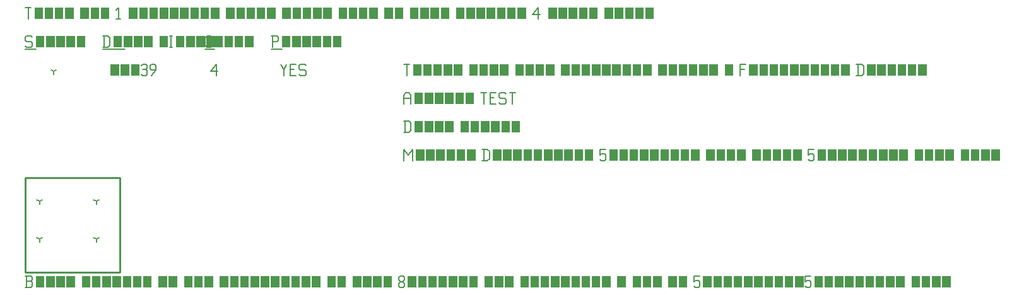
<source format=gbr>
G04 start of page 11 for group -1 layer_idx 268435461 *
G04 Title: pins with different shapes, <virtual group> *
G04 Creator: <version>
G04 CreationDate: <date>
G04 For: TEST *
G04 Format: Gerber/RS-274X *
G04 PCB-Dimensions: 50000 50000 *
G04 PCB-Coordinate-Origin: lower left *
%MOIN*%
%FSLAX25Y25*%
%LNLOGICAL_VIRTUAL_FAB_NONE*%
%ADD34C,0.0100*%
%ADD33C,0.0001*%
%ADD32C,0.0060*%
%ADD31C,0.0080*%
G54D31*X7500Y37500D02*Y35900D01*
Y37500D02*X8887Y38300D01*
X7500Y37500D02*X6113Y38300D01*
X37500Y37500D02*Y35900D01*
Y37500D02*X38887Y38300D01*
X37500Y37500D02*X36113Y38300D01*
X7500Y17500D02*Y15900D01*
Y17500D02*X8887Y18300D01*
X7500Y17500D02*X6113Y18300D01*
X37500Y17500D02*Y15900D01*
Y17500D02*X38887Y18300D01*
X37500Y17500D02*X36113Y18300D01*
X15000Y106250D02*Y104650D01*
Y106250D02*X16387Y107050D01*
X15000Y106250D02*X13613Y107050D01*
G54D32*X135000Y110000D02*X136500Y107000D01*
X138000Y110000D01*
X136500Y107000D02*Y104000D01*
X139800Y107300D02*X142050D01*
X139800Y104000D02*X142800D01*
X139800Y110000D02*Y104000D01*
Y110000D02*X142800D01*
X147600D02*X148350Y109250D01*
X145350Y110000D02*X147600D01*
X144600Y109250D02*X145350Y110000D01*
X144600Y109250D02*Y107750D01*
X145350Y107000D01*
X147600D01*
X148350Y106250D01*
Y104750D01*
X147600Y104000D02*X148350Y104750D01*
X145350Y104000D02*X147600D01*
X144600Y104750D02*X145350Y104000D01*
X98000Y106250D02*X101000Y110000D01*
X98000Y106250D02*X101750D01*
X101000Y110000D02*Y104000D01*
G54D33*G36*
X45000Y110000D02*X49500D01*
Y104000D01*
X45000D01*
Y110000D01*
G37*
G36*
X50400D02*X54900D01*
Y104000D01*
X50400D01*
Y110000D01*
G37*
G36*
X55800D02*X60300D01*
Y104000D01*
X55800D01*
Y110000D01*
G37*
G54D32*X61200Y109250D02*X61950Y110000D01*
X63450D01*
X64200Y109250D01*
X63450Y104000D02*X64200Y104750D01*
X61950Y104000D02*X63450D01*
X61200Y104750D02*X61950Y104000D01*
Y107300D02*X63450D01*
X64200Y109250D02*Y108050D01*
Y106550D02*Y104750D01*
Y106550D02*X63450Y107300D01*
X64200Y108050D02*X63450Y107300D01*
X66750Y104000D02*X69000Y107000D01*
Y109250D02*Y107000D01*
X68250Y110000D02*X69000Y109250D01*
X66750Y110000D02*X68250D01*
X66000Y109250D02*X66750Y110000D01*
X66000Y109250D02*Y107750D01*
X66750Y107000D01*
X69000D01*
X3000Y125000D02*X3750Y124250D01*
X750Y125000D02*X3000D01*
X0Y124250D02*X750Y125000D01*
X0Y124250D02*Y122750D01*
X750Y122000D01*
X3000D01*
X3750Y121250D01*
Y119750D01*
X3000Y119000D02*X3750Y119750D01*
X750Y119000D02*X3000D01*
X0Y119750D02*X750Y119000D01*
G54D33*G36*
X5550Y125000D02*X10050D01*
Y119000D01*
X5550D01*
Y125000D01*
G37*
G36*
X10950D02*X15450D01*
Y119000D01*
X10950D01*
Y125000D01*
G37*
G36*
X16350D02*X20850D01*
Y119000D01*
X16350D01*
Y125000D01*
G37*
G36*
X21750D02*X26250D01*
Y119000D01*
X21750D01*
Y125000D01*
G37*
G36*
X27150D02*X31650D01*
Y119000D01*
X27150D01*
Y125000D01*
G37*
G54D32*X0Y118000D02*X5550D01*
X41750Y125000D02*Y119000D01*
X43700Y125000D02*X44750Y123950D01*
Y120050D01*
X43700Y119000D02*X44750Y120050D01*
X41000Y119000D02*X43700D01*
X41000Y125000D02*X43700D01*
G54D33*G36*
X46550D02*X51050D01*
Y119000D01*
X46550D01*
Y125000D01*
G37*
G36*
X51950D02*X56450D01*
Y119000D01*
X51950D01*
Y125000D01*
G37*
G36*
X57350D02*X61850D01*
Y119000D01*
X57350D01*
Y125000D01*
G37*
G36*
X62750D02*X67250D01*
Y119000D01*
X62750D01*
Y125000D01*
G37*
G36*
X70850D02*X75350D01*
Y119000D01*
X70850D01*
Y125000D01*
G37*
G54D32*X76250D02*X77750D01*
X77000D02*Y119000D01*
X76250D02*X77750D01*
G54D33*G36*
X79550Y125000D02*X84050D01*
Y119000D01*
X79550D01*
Y125000D01*
G37*
G36*
X84950D02*X89450D01*
Y119000D01*
X84950D01*
Y125000D01*
G37*
G36*
X90350D02*X94850D01*
Y119000D01*
X90350D01*
Y125000D01*
G37*
G36*
X95750D02*X100250D01*
Y119000D01*
X95750D01*
Y125000D01*
G37*
G54D32*X41000Y118000D02*X52550D01*
X96050Y119000D02*X98000D01*
X95000Y120050D02*X96050Y119000D01*
X95000Y123950D02*Y120050D01*
Y123950D02*X96050Y125000D01*
X98000D01*
G54D33*G36*
X99800D02*X104300D01*
Y119000D01*
X99800D01*
Y125000D01*
G37*
G36*
X105200D02*X109700D01*
Y119000D01*
X105200D01*
Y125000D01*
G37*
G36*
X110600D02*X115100D01*
Y119000D01*
X110600D01*
Y125000D01*
G37*
G36*
X116000D02*X120500D01*
Y119000D01*
X116000D01*
Y125000D01*
G37*
G54D32*X95000Y118000D02*X99800D01*
X130750Y125000D02*Y119000D01*
X130000Y125000D02*X133000D01*
X133750Y124250D01*
Y122750D01*
X133000Y122000D02*X133750Y122750D01*
X130750Y122000D02*X133000D01*
G54D33*G36*
X135550Y125000D02*X140050D01*
Y119000D01*
X135550D01*
Y125000D01*
G37*
G36*
X140950D02*X145450D01*
Y119000D01*
X140950D01*
Y125000D01*
G37*
G36*
X146350D02*X150850D01*
Y119000D01*
X146350D01*
Y125000D01*
G37*
G36*
X151750D02*X156250D01*
Y119000D01*
X151750D01*
Y125000D01*
G37*
G36*
X157150D02*X161650D01*
Y119000D01*
X157150D01*
Y125000D01*
G37*
G36*
X162550D02*X167050D01*
Y119000D01*
X162550D01*
Y125000D01*
G37*
G54D32*X130000Y118000D02*X135550D01*
X0Y140000D02*X3000D01*
X1500D02*Y134000D01*
G54D33*G36*
X4800Y140000D02*X9300D01*
Y134000D01*
X4800D01*
Y140000D01*
G37*
G36*
X10200D02*X14700D01*
Y134000D01*
X10200D01*
Y140000D01*
G37*
G36*
X15600D02*X20100D01*
Y134000D01*
X15600D01*
Y140000D01*
G37*
G36*
X21000D02*X25500D01*
Y134000D01*
X21000D01*
Y140000D01*
G37*
G36*
X29100D02*X33600D01*
Y134000D01*
X29100D01*
Y140000D01*
G37*
G36*
X34500D02*X39000D01*
Y134000D01*
X34500D01*
Y140000D01*
G37*
G36*
X39900D02*X44400D01*
Y134000D01*
X39900D01*
Y140000D01*
G37*
G54D32*X48000Y138800D02*X49200Y140000D01*
Y134000D01*
X48000D02*X50250D01*
G54D33*G36*
X54750Y140000D02*X59250D01*
Y134000D01*
X54750D01*
Y140000D01*
G37*
G36*
X60150D02*X64650D01*
Y134000D01*
X60150D01*
Y140000D01*
G37*
G36*
X65550D02*X70050D01*
Y134000D01*
X65550D01*
Y140000D01*
G37*
G36*
X70950D02*X75450D01*
Y134000D01*
X70950D01*
Y140000D01*
G37*
G36*
X76350D02*X80850D01*
Y134000D01*
X76350D01*
Y140000D01*
G37*
G36*
X81750D02*X86250D01*
Y134000D01*
X81750D01*
Y140000D01*
G37*
G36*
X87150D02*X91650D01*
Y134000D01*
X87150D01*
Y140000D01*
G37*
G36*
X92550D02*X97050D01*
Y134000D01*
X92550D01*
Y140000D01*
G37*
G36*
X97950D02*X102450D01*
Y134000D01*
X97950D01*
Y140000D01*
G37*
G36*
X106050D02*X110550D01*
Y134000D01*
X106050D01*
Y140000D01*
G37*
G36*
X111450D02*X115950D01*
Y134000D01*
X111450D01*
Y140000D01*
G37*
G36*
X116850D02*X121350D01*
Y134000D01*
X116850D01*
Y140000D01*
G37*
G36*
X122250D02*X126750D01*
Y134000D01*
X122250D01*
Y140000D01*
G37*
G36*
X127650D02*X132150D01*
Y134000D01*
X127650D01*
Y140000D01*
G37*
G36*
X135750D02*X140250D01*
Y134000D01*
X135750D01*
Y140000D01*
G37*
G36*
X141150D02*X145650D01*
Y134000D01*
X141150D01*
Y140000D01*
G37*
G36*
X146550D02*X151050D01*
Y134000D01*
X146550D01*
Y140000D01*
G37*
G36*
X151950D02*X156450D01*
Y134000D01*
X151950D01*
Y140000D01*
G37*
G36*
X157350D02*X161850D01*
Y134000D01*
X157350D01*
Y140000D01*
G37*
G36*
X165450D02*X169950D01*
Y134000D01*
X165450D01*
Y140000D01*
G37*
G36*
X170850D02*X175350D01*
Y134000D01*
X170850D01*
Y140000D01*
G37*
G36*
X176250D02*X180750D01*
Y134000D01*
X176250D01*
Y140000D01*
G37*
G36*
X181650D02*X186150D01*
Y134000D01*
X181650D01*
Y140000D01*
G37*
G36*
X189750D02*X194250D01*
Y134000D01*
X189750D01*
Y140000D01*
G37*
G36*
X195150D02*X199650D01*
Y134000D01*
X195150D01*
Y140000D01*
G37*
G36*
X203250D02*X207750D01*
Y134000D01*
X203250D01*
Y140000D01*
G37*
G36*
X208650D02*X213150D01*
Y134000D01*
X208650D01*
Y140000D01*
G37*
G36*
X214050D02*X218550D01*
Y134000D01*
X214050D01*
Y140000D01*
G37*
G36*
X219450D02*X223950D01*
Y134000D01*
X219450D01*
Y140000D01*
G37*
G36*
X227550D02*X232050D01*
Y134000D01*
X227550D01*
Y140000D01*
G37*
G36*
X232950D02*X237450D01*
Y134000D01*
X232950D01*
Y140000D01*
G37*
G36*
X238350D02*X242850D01*
Y134000D01*
X238350D01*
Y140000D01*
G37*
G36*
X243750D02*X248250D01*
Y134000D01*
X243750D01*
Y140000D01*
G37*
G36*
X249150D02*X253650D01*
Y134000D01*
X249150D01*
Y140000D01*
G37*
G36*
X254550D02*X259050D01*
Y134000D01*
X254550D01*
Y140000D01*
G37*
G36*
X259950D02*X264450D01*
Y134000D01*
X259950D01*
Y140000D01*
G37*
G54D32*X268050Y136250D02*X271050Y140000D01*
X268050Y136250D02*X271800D01*
X271050Y140000D02*Y134000D01*
G54D33*G36*
X276300Y140000D02*X280800D01*
Y134000D01*
X276300D01*
Y140000D01*
G37*
G36*
X281700D02*X286200D01*
Y134000D01*
X281700D01*
Y140000D01*
G37*
G36*
X287100D02*X291600D01*
Y134000D01*
X287100D01*
Y140000D01*
G37*
G36*
X292500D02*X297000D01*
Y134000D01*
X292500D01*
Y140000D01*
G37*
G36*
X297900D02*X302400D01*
Y134000D01*
X297900D01*
Y140000D01*
G37*
G36*
X306000D02*X310500D01*
Y134000D01*
X306000D01*
Y140000D01*
G37*
G36*
X311400D02*X315900D01*
Y134000D01*
X311400D01*
Y140000D01*
G37*
G36*
X316800D02*X321300D01*
Y134000D01*
X316800D01*
Y140000D01*
G37*
G36*
X322200D02*X326700D01*
Y134000D01*
X322200D01*
Y140000D01*
G37*
G36*
X327600D02*X332100D01*
Y134000D01*
X327600D01*
Y140000D01*
G37*
G54D34*X0Y50000D02*X50000D01*
X0D02*Y0D01*
X50000Y50000D02*Y0D01*
X0D02*X50000D01*
G54D32*X200000Y65000D02*Y59000D01*
Y65000D02*X202250Y62000D01*
X204500Y65000D01*
Y59000D01*
G54D33*G36*
X206300Y65000D02*X210800D01*
Y59000D01*
X206300D01*
Y65000D01*
G37*
G36*
X211700D02*X216200D01*
Y59000D01*
X211700D01*
Y65000D01*
G37*
G36*
X217100D02*X221600D01*
Y59000D01*
X217100D01*
Y65000D01*
G37*
G36*
X222500D02*X227000D01*
Y59000D01*
X222500D01*
Y65000D01*
G37*
G36*
X227900D02*X232400D01*
Y59000D01*
X227900D01*
Y65000D01*
G37*
G36*
X233300D02*X237800D01*
Y59000D01*
X233300D01*
Y65000D01*
G37*
G54D32*X242150D02*Y59000D01*
X244100Y65000D02*X245150Y63950D01*
Y60050D01*
X244100Y59000D02*X245150Y60050D01*
X241400Y59000D02*X244100D01*
X241400Y65000D02*X244100D01*
G54D33*G36*
X246950D02*X251450D01*
Y59000D01*
X246950D01*
Y65000D01*
G37*
G36*
X252350D02*X256850D01*
Y59000D01*
X252350D01*
Y65000D01*
G37*
G36*
X257750D02*X262250D01*
Y59000D01*
X257750D01*
Y65000D01*
G37*
G36*
X263150D02*X267650D01*
Y59000D01*
X263150D01*
Y65000D01*
G37*
G36*
X268550D02*X273050D01*
Y59000D01*
X268550D01*
Y65000D01*
G37*
G36*
X273950D02*X278450D01*
Y59000D01*
X273950D01*
Y65000D01*
G37*
G36*
X279350D02*X283850D01*
Y59000D01*
X279350D01*
Y65000D01*
G37*
G36*
X284750D02*X289250D01*
Y59000D01*
X284750D01*
Y65000D01*
G37*
G36*
X290150D02*X294650D01*
Y59000D01*
X290150D01*
Y65000D01*
G37*
G36*
X295550D02*X300050D01*
Y59000D01*
X295550D01*
Y65000D01*
G37*
G54D32*X303650D02*X306650D01*
X303650D02*Y62000D01*
X304400Y62750D01*
X305900D01*
X306650Y62000D01*
Y59750D01*
X305900Y59000D02*X306650Y59750D01*
X304400Y59000D02*X305900D01*
X303650Y59750D02*X304400Y59000D01*
G54D33*G36*
X308450Y65000D02*X312950D01*
Y59000D01*
X308450D01*
Y65000D01*
G37*
G36*
X313850D02*X318350D01*
Y59000D01*
X313850D01*
Y65000D01*
G37*
G36*
X319250D02*X323750D01*
Y59000D01*
X319250D01*
Y65000D01*
G37*
G36*
X324650D02*X329150D01*
Y59000D01*
X324650D01*
Y65000D01*
G37*
G36*
X330050D02*X334550D01*
Y59000D01*
X330050D01*
Y65000D01*
G37*
G36*
X335450D02*X339950D01*
Y59000D01*
X335450D01*
Y65000D01*
G37*
G36*
X340850D02*X345350D01*
Y59000D01*
X340850D01*
Y65000D01*
G37*
G36*
X346250D02*X350750D01*
Y59000D01*
X346250D01*
Y65000D01*
G37*
G36*
X351650D02*X356150D01*
Y59000D01*
X351650D01*
Y65000D01*
G37*
G36*
X359750D02*X364250D01*
Y59000D01*
X359750D01*
Y65000D01*
G37*
G36*
X365150D02*X369650D01*
Y59000D01*
X365150D01*
Y65000D01*
G37*
G36*
X370550D02*X375050D01*
Y59000D01*
X370550D01*
Y65000D01*
G37*
G36*
X375950D02*X380450D01*
Y59000D01*
X375950D01*
Y65000D01*
G37*
G36*
X384050D02*X388550D01*
Y59000D01*
X384050D01*
Y65000D01*
G37*
G36*
X389450D02*X393950D01*
Y59000D01*
X389450D01*
Y65000D01*
G37*
G36*
X394850D02*X399350D01*
Y59000D01*
X394850D01*
Y65000D01*
G37*
G36*
X400250D02*X404750D01*
Y59000D01*
X400250D01*
Y65000D01*
G37*
G36*
X405650D02*X410150D01*
Y59000D01*
X405650D01*
Y65000D01*
G37*
G54D32*X413750D02*X416750D01*
X413750D02*Y62000D01*
X414500Y62750D01*
X416000D01*
X416750Y62000D01*
Y59750D01*
X416000Y59000D02*X416750Y59750D01*
X414500Y59000D02*X416000D01*
X413750Y59750D02*X414500Y59000D01*
G54D33*G36*
X418550Y65000D02*X423050D01*
Y59000D01*
X418550D01*
Y65000D01*
G37*
G36*
X423950D02*X428450D01*
Y59000D01*
X423950D01*
Y65000D01*
G37*
G36*
X429350D02*X433850D01*
Y59000D01*
X429350D01*
Y65000D01*
G37*
G36*
X434750D02*X439250D01*
Y59000D01*
X434750D01*
Y65000D01*
G37*
G36*
X440150D02*X444650D01*
Y59000D01*
X440150D01*
Y65000D01*
G37*
G36*
X445550D02*X450050D01*
Y59000D01*
X445550D01*
Y65000D01*
G37*
G36*
X450950D02*X455450D01*
Y59000D01*
X450950D01*
Y65000D01*
G37*
G36*
X456350D02*X460850D01*
Y59000D01*
X456350D01*
Y65000D01*
G37*
G36*
X461750D02*X466250D01*
Y59000D01*
X461750D01*
Y65000D01*
G37*
G36*
X469850D02*X474350D01*
Y59000D01*
X469850D01*
Y65000D01*
G37*
G36*
X475250D02*X479750D01*
Y59000D01*
X475250D01*
Y65000D01*
G37*
G36*
X480650D02*X485150D01*
Y59000D01*
X480650D01*
Y65000D01*
G37*
G36*
X486050D02*X490550D01*
Y59000D01*
X486050D01*
Y65000D01*
G37*
G36*
X494150D02*X498650D01*
Y59000D01*
X494150D01*
Y65000D01*
G37*
G36*
X499550D02*X504050D01*
Y59000D01*
X499550D01*
Y65000D01*
G37*
G36*
X504950D02*X509450D01*
Y59000D01*
X504950D01*
Y65000D01*
G37*
G36*
X510350D02*X514850D01*
Y59000D01*
X510350D01*
Y65000D01*
G37*
G54D32*X0Y-8000D02*X3000D01*
X3750Y-7250D01*
Y-5450D02*Y-7250D01*
X3000Y-4700D02*X3750Y-5450D01*
X750Y-4700D02*X3000D01*
X750Y-2000D02*Y-8000D01*
X0Y-2000D02*X3000D01*
X3750Y-2750D01*
Y-3950D01*
X3000Y-4700D02*X3750Y-3950D01*
G54D33*G36*
X5550Y-2000D02*X10050D01*
Y-8000D01*
X5550D01*
Y-2000D01*
G37*
G36*
X10950D02*X15450D01*
Y-8000D01*
X10950D01*
Y-2000D01*
G37*
G36*
X16350D02*X20850D01*
Y-8000D01*
X16350D01*
Y-2000D01*
G37*
G36*
X21750D02*X26250D01*
Y-8000D01*
X21750D01*
Y-2000D01*
G37*
G36*
X29850D02*X34350D01*
Y-8000D01*
X29850D01*
Y-2000D01*
G37*
G36*
X35250D02*X39750D01*
Y-8000D01*
X35250D01*
Y-2000D01*
G37*
G36*
X40650D02*X45150D01*
Y-8000D01*
X40650D01*
Y-2000D01*
G37*
G36*
X46050D02*X50550D01*
Y-8000D01*
X46050D01*
Y-2000D01*
G37*
G36*
X51450D02*X55950D01*
Y-8000D01*
X51450D01*
Y-2000D01*
G37*
G36*
X56850D02*X61350D01*
Y-8000D01*
X56850D01*
Y-2000D01*
G37*
G36*
X62250D02*X66750D01*
Y-8000D01*
X62250D01*
Y-2000D01*
G37*
G36*
X70350D02*X74850D01*
Y-8000D01*
X70350D01*
Y-2000D01*
G37*
G36*
X75750D02*X80250D01*
Y-8000D01*
X75750D01*
Y-2000D01*
G37*
G36*
X83850D02*X88350D01*
Y-8000D01*
X83850D01*
Y-2000D01*
G37*
G36*
X89250D02*X93750D01*
Y-8000D01*
X89250D01*
Y-2000D01*
G37*
G36*
X94650D02*X99150D01*
Y-8000D01*
X94650D01*
Y-2000D01*
G37*
G36*
X102750D02*X107250D01*
Y-8000D01*
X102750D01*
Y-2000D01*
G37*
G36*
X108150D02*X112650D01*
Y-8000D01*
X108150D01*
Y-2000D01*
G37*
G36*
X113550D02*X118050D01*
Y-8000D01*
X113550D01*
Y-2000D01*
G37*
G36*
X118950D02*X123450D01*
Y-8000D01*
X118950D01*
Y-2000D01*
G37*
G36*
X124350D02*X128850D01*
Y-8000D01*
X124350D01*
Y-2000D01*
G37*
G36*
X129750D02*X134250D01*
Y-8000D01*
X129750D01*
Y-2000D01*
G37*
G36*
X135150D02*X139650D01*
Y-8000D01*
X135150D01*
Y-2000D01*
G37*
G36*
X140550D02*X145050D01*
Y-8000D01*
X140550D01*
Y-2000D01*
G37*
G36*
X145950D02*X150450D01*
Y-8000D01*
X145950D01*
Y-2000D01*
G37*
G36*
X151350D02*X155850D01*
Y-8000D01*
X151350D01*
Y-2000D01*
G37*
G36*
X159450D02*X163950D01*
Y-8000D01*
X159450D01*
Y-2000D01*
G37*
G36*
X164850D02*X169350D01*
Y-8000D01*
X164850D01*
Y-2000D01*
G37*
G36*
X172950D02*X177450D01*
Y-8000D01*
X172950D01*
Y-2000D01*
G37*
G36*
X178350D02*X182850D01*
Y-8000D01*
X178350D01*
Y-2000D01*
G37*
G36*
X183750D02*X188250D01*
Y-8000D01*
X183750D01*
Y-2000D01*
G37*
G36*
X189150D02*X193650D01*
Y-8000D01*
X189150D01*
Y-2000D01*
G37*
G54D32*X197250Y-7250D02*X198000Y-8000D01*
X197250Y-6050D02*Y-7250D01*
Y-6050D02*X198300Y-5000D01*
X199200D01*
X200250Y-6050D01*
Y-7250D01*
X199500Y-8000D02*X200250Y-7250D01*
X198000Y-8000D02*X199500D01*
X197250Y-3950D02*X198300Y-5000D01*
X197250Y-2750D02*Y-3950D01*
Y-2750D02*X198000Y-2000D01*
X199500D01*
X200250Y-2750D01*
Y-3950D01*
X199200Y-5000D02*X200250Y-3950D01*
G54D33*G36*
X202050Y-2000D02*X206550D01*
Y-8000D01*
X202050D01*
Y-2000D01*
G37*
G36*
X207450D02*X211950D01*
Y-8000D01*
X207450D01*
Y-2000D01*
G37*
G36*
X212850D02*X217350D01*
Y-8000D01*
X212850D01*
Y-2000D01*
G37*
G36*
X218250D02*X222750D01*
Y-8000D01*
X218250D01*
Y-2000D01*
G37*
G36*
X223650D02*X228150D01*
Y-8000D01*
X223650D01*
Y-2000D01*
G37*
G36*
X229050D02*X233550D01*
Y-8000D01*
X229050D01*
Y-2000D01*
G37*
G36*
X234450D02*X238950D01*
Y-8000D01*
X234450D01*
Y-2000D01*
G37*
G36*
X242550D02*X247050D01*
Y-8000D01*
X242550D01*
Y-2000D01*
G37*
G36*
X247950D02*X252450D01*
Y-8000D01*
X247950D01*
Y-2000D01*
G37*
G36*
X253350D02*X257850D01*
Y-8000D01*
X253350D01*
Y-2000D01*
G37*
G36*
X261450D02*X265950D01*
Y-8000D01*
X261450D01*
Y-2000D01*
G37*
G36*
X266850D02*X271350D01*
Y-8000D01*
X266850D01*
Y-2000D01*
G37*
G36*
X272250D02*X276750D01*
Y-8000D01*
X272250D01*
Y-2000D01*
G37*
G36*
X277650D02*X282150D01*
Y-8000D01*
X277650D01*
Y-2000D01*
G37*
G36*
X283050D02*X287550D01*
Y-8000D01*
X283050D01*
Y-2000D01*
G37*
G36*
X288450D02*X292950D01*
Y-8000D01*
X288450D01*
Y-2000D01*
G37*
G36*
X293850D02*X298350D01*
Y-8000D01*
X293850D01*
Y-2000D01*
G37*
G36*
X299250D02*X303750D01*
Y-8000D01*
X299250D01*
Y-2000D01*
G37*
G36*
X304650D02*X309150D01*
Y-8000D01*
X304650D01*
Y-2000D01*
G37*
G36*
X312750D02*X317250D01*
Y-8000D01*
X312750D01*
Y-2000D01*
G37*
G36*
X320850D02*X325350D01*
Y-8000D01*
X320850D01*
Y-2000D01*
G37*
G36*
X326250D02*X330750D01*
Y-8000D01*
X326250D01*
Y-2000D01*
G37*
G36*
X331650D02*X336150D01*
Y-8000D01*
X331650D01*
Y-2000D01*
G37*
G36*
X339750D02*X344250D01*
Y-8000D01*
X339750D01*
Y-2000D01*
G37*
G36*
X345150D02*X349650D01*
Y-8000D01*
X345150D01*
Y-2000D01*
G37*
G54D32*X353250D02*X356250D01*
X353250D02*Y-5000D01*
X354000Y-4250D01*
X355500D01*
X356250Y-5000D01*
Y-7250D01*
X355500Y-8000D02*X356250Y-7250D01*
X354000Y-8000D02*X355500D01*
X353250Y-7250D02*X354000Y-8000D01*
G54D33*G36*
X358050Y-2000D02*X362550D01*
Y-8000D01*
X358050D01*
Y-2000D01*
G37*
G36*
X363450D02*X367950D01*
Y-8000D01*
X363450D01*
Y-2000D01*
G37*
G36*
X368850D02*X373350D01*
Y-8000D01*
X368850D01*
Y-2000D01*
G37*
G36*
X374250D02*X378750D01*
Y-8000D01*
X374250D01*
Y-2000D01*
G37*
G36*
X379650D02*X384150D01*
Y-8000D01*
X379650D01*
Y-2000D01*
G37*
G36*
X385050D02*X389550D01*
Y-8000D01*
X385050D01*
Y-2000D01*
G37*
G36*
X390450D02*X394950D01*
Y-8000D01*
X390450D01*
Y-2000D01*
G37*
G36*
X395850D02*X400350D01*
Y-8000D01*
X395850D01*
Y-2000D01*
G37*
G36*
X401250D02*X405750D01*
Y-8000D01*
X401250D01*
Y-2000D01*
G37*
G36*
X406650D02*X411150D01*
Y-8000D01*
X406650D01*
Y-2000D01*
G37*
G54D32*X412050D02*X415050D01*
X412050D02*Y-5000D01*
X412800Y-4250D01*
X414300D01*
X415050Y-5000D01*
Y-7250D01*
X414300Y-8000D02*X415050Y-7250D01*
X412800Y-8000D02*X414300D01*
X412050Y-7250D02*X412800Y-8000D01*
G54D33*G36*
X416850Y-2000D02*X421350D01*
Y-8000D01*
X416850D01*
Y-2000D01*
G37*
G36*
X422250D02*X426750D01*
Y-8000D01*
X422250D01*
Y-2000D01*
G37*
G36*
X427650D02*X432150D01*
Y-8000D01*
X427650D01*
Y-2000D01*
G37*
G36*
X433050D02*X437550D01*
Y-8000D01*
X433050D01*
Y-2000D01*
G37*
G36*
X438450D02*X442950D01*
Y-8000D01*
X438450D01*
Y-2000D01*
G37*
G36*
X443850D02*X448350D01*
Y-8000D01*
X443850D01*
Y-2000D01*
G37*
G36*
X449250D02*X453750D01*
Y-8000D01*
X449250D01*
Y-2000D01*
G37*
G36*
X454650D02*X459150D01*
Y-8000D01*
X454650D01*
Y-2000D01*
G37*
G36*
X460050D02*X464550D01*
Y-8000D01*
X460050D01*
Y-2000D01*
G37*
G36*
X468150D02*X472650D01*
Y-8000D01*
X468150D01*
Y-2000D01*
G37*
G36*
X473550D02*X478050D01*
Y-8000D01*
X473550D01*
Y-2000D01*
G37*
G36*
X478950D02*X483450D01*
Y-8000D01*
X478950D01*
Y-2000D01*
G37*
G36*
X484350D02*X488850D01*
Y-8000D01*
X484350D01*
Y-2000D01*
G37*
G54D32*X200750Y80000D02*Y74000D01*
X202700Y80000D02*X203750Y78950D01*
Y75050D01*
X202700Y74000D02*X203750Y75050D01*
X200000Y74000D02*X202700D01*
X200000Y80000D02*X202700D01*
G54D33*G36*
X205550D02*X210050D01*
Y74000D01*
X205550D01*
Y80000D01*
G37*
G36*
X210950D02*X215450D01*
Y74000D01*
X210950D01*
Y80000D01*
G37*
G36*
X216350D02*X220850D01*
Y74000D01*
X216350D01*
Y80000D01*
G37*
G36*
X221750D02*X226250D01*
Y74000D01*
X221750D01*
Y80000D01*
G37*
G36*
X229850D02*X234350D01*
Y74000D01*
X229850D01*
Y80000D01*
G37*
G36*
X235250D02*X239750D01*
Y74000D01*
X235250D01*
Y80000D01*
G37*
G36*
X240650D02*X245150D01*
Y74000D01*
X240650D01*
Y80000D01*
G37*
G36*
X246050D02*X250550D01*
Y74000D01*
X246050D01*
Y80000D01*
G37*
G36*
X251450D02*X255950D01*
Y74000D01*
X251450D01*
Y80000D01*
G37*
G36*
X256850D02*X261350D01*
Y74000D01*
X256850D01*
Y80000D01*
G37*
G54D32*X200000Y93500D02*Y89000D01*
Y93500D02*X201050Y95000D01*
X202700D01*
X203750Y93500D01*
Y89000D01*
X200000Y92000D02*X203750D01*
G54D33*G36*
X205550Y95000D02*X210050D01*
Y89000D01*
X205550D01*
Y95000D01*
G37*
G36*
X210950D02*X215450D01*
Y89000D01*
X210950D01*
Y95000D01*
G37*
G36*
X216350D02*X220850D01*
Y89000D01*
X216350D01*
Y95000D01*
G37*
G36*
X221750D02*X226250D01*
Y89000D01*
X221750D01*
Y95000D01*
G37*
G36*
X227150D02*X231650D01*
Y89000D01*
X227150D01*
Y95000D01*
G37*
G36*
X232550D02*X237050D01*
Y89000D01*
X232550D01*
Y95000D01*
G37*
G54D32*X240650D02*X243650D01*
X242150D02*Y89000D01*
X245450Y92300D02*X247700D01*
X245450Y89000D02*X248450D01*
X245450Y95000D02*Y89000D01*
Y95000D02*X248450D01*
X253250D02*X254000Y94250D01*
X251000Y95000D02*X253250D01*
X250250Y94250D02*X251000Y95000D01*
X250250Y94250D02*Y92750D01*
X251000Y92000D01*
X253250D01*
X254000Y91250D01*
Y89750D01*
X253250Y89000D02*X254000Y89750D01*
X251000Y89000D02*X253250D01*
X250250Y89750D02*X251000Y89000D01*
X255800Y95000D02*X258800D01*
X257300D02*Y89000D01*
X200000Y110000D02*X203000D01*
X201500D02*Y104000D01*
G54D33*G36*
X204800Y110000D02*X209300D01*
Y104000D01*
X204800D01*
Y110000D01*
G37*
G36*
X210200D02*X214700D01*
Y104000D01*
X210200D01*
Y110000D01*
G37*
G36*
X215600D02*X220100D01*
Y104000D01*
X215600D01*
Y110000D01*
G37*
G36*
X221000D02*X225500D01*
Y104000D01*
X221000D01*
Y110000D01*
G37*
G36*
X226400D02*X230900D01*
Y104000D01*
X226400D01*
Y110000D01*
G37*
G36*
X234500D02*X239000D01*
Y104000D01*
X234500D01*
Y110000D01*
G37*
G36*
X239900D02*X244400D01*
Y104000D01*
X239900D01*
Y110000D01*
G37*
G36*
X245300D02*X249800D01*
Y104000D01*
X245300D01*
Y110000D01*
G37*
G36*
X250700D02*X255200D01*
Y104000D01*
X250700D01*
Y110000D01*
G37*
G36*
X258800D02*X263300D01*
Y104000D01*
X258800D01*
Y110000D01*
G37*
G36*
X264200D02*X268700D01*
Y104000D01*
X264200D01*
Y110000D01*
G37*
G36*
X269600D02*X274100D01*
Y104000D01*
X269600D01*
Y110000D01*
G37*
G36*
X275000D02*X279500D01*
Y104000D01*
X275000D01*
Y110000D01*
G37*
G36*
X283100D02*X287600D01*
Y104000D01*
X283100D01*
Y110000D01*
G37*
G36*
X288500D02*X293000D01*
Y104000D01*
X288500D01*
Y110000D01*
G37*
G36*
X293900D02*X298400D01*
Y104000D01*
X293900D01*
Y110000D01*
G37*
G36*
X299300D02*X303800D01*
Y104000D01*
X299300D01*
Y110000D01*
G37*
G36*
X304700D02*X309200D01*
Y104000D01*
X304700D01*
Y110000D01*
G37*
G36*
X310100D02*X314600D01*
Y104000D01*
X310100D01*
Y110000D01*
G37*
G36*
X315500D02*X320000D01*
Y104000D01*
X315500D01*
Y110000D01*
G37*
G36*
X320900D02*X325400D01*
Y104000D01*
X320900D01*
Y110000D01*
G37*
G36*
X326300D02*X330800D01*
Y104000D01*
X326300D01*
Y110000D01*
G37*
G36*
X334400D02*X338900D01*
Y104000D01*
X334400D01*
Y110000D01*
G37*
G36*
X339800D02*X344300D01*
Y104000D01*
X339800D01*
Y110000D01*
G37*
G36*
X345200D02*X349700D01*
Y104000D01*
X345200D01*
Y110000D01*
G37*
G36*
X350600D02*X355100D01*
Y104000D01*
X350600D01*
Y110000D01*
G37*
G36*
X356000D02*X360500D01*
Y104000D01*
X356000D01*
Y110000D01*
G37*
G36*
X361400D02*X365900D01*
Y104000D01*
X361400D01*
Y110000D01*
G37*
G36*
X369500D02*X374000D01*
Y104000D01*
X369500D01*
Y110000D01*
G37*
G54D32*X377600D02*Y104000D01*
Y110000D02*X380600D01*
X377600Y107300D02*X379850D01*
G54D33*G36*
X382400Y110000D02*X386900D01*
Y104000D01*
X382400D01*
Y110000D01*
G37*
G36*
X387800D02*X392300D01*
Y104000D01*
X387800D01*
Y110000D01*
G37*
G36*
X393200D02*X397700D01*
Y104000D01*
X393200D01*
Y110000D01*
G37*
G36*
X398600D02*X403100D01*
Y104000D01*
X398600D01*
Y110000D01*
G37*
G36*
X404000D02*X408500D01*
Y104000D01*
X404000D01*
Y110000D01*
G37*
G36*
X409400D02*X413900D01*
Y104000D01*
X409400D01*
Y110000D01*
G37*
G36*
X414800D02*X419300D01*
Y104000D01*
X414800D01*
Y110000D01*
G37*
G36*
X420200D02*X424700D01*
Y104000D01*
X420200D01*
Y110000D01*
G37*
G36*
X425600D02*X430100D01*
Y104000D01*
X425600D01*
Y110000D01*
G37*
G36*
X431000D02*X435500D01*
Y104000D01*
X431000D01*
Y110000D01*
G37*
G54D32*X439850D02*Y104000D01*
X441800Y110000D02*X442850Y108950D01*
Y105050D01*
X441800Y104000D02*X442850Y105050D01*
X439100Y104000D02*X441800D01*
X439100Y110000D02*X441800D01*
G54D33*G36*
X444650D02*X449150D01*
Y104000D01*
X444650D01*
Y110000D01*
G37*
G36*
X450050D02*X454550D01*
Y104000D01*
X450050D01*
Y110000D01*
G37*
G36*
X455450D02*X459950D01*
Y104000D01*
X455450D01*
Y110000D01*
G37*
G36*
X460850D02*X465350D01*
Y104000D01*
X460850D01*
Y110000D01*
G37*
G36*
X466250D02*X470750D01*
Y104000D01*
X466250D01*
Y110000D01*
G37*
G36*
X471650D02*X476150D01*
Y104000D01*
X471650D01*
Y110000D01*
G37*
M02*

</source>
